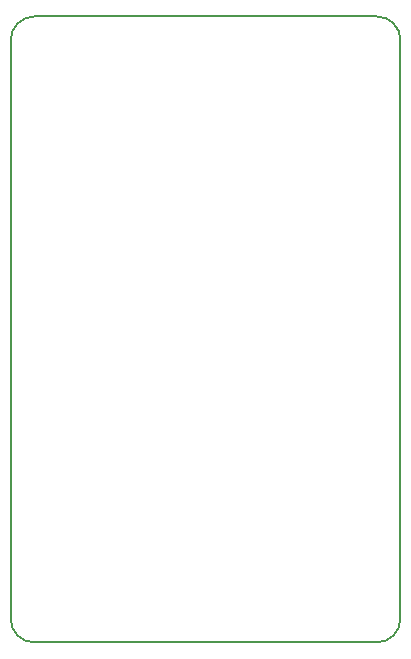
<source format=gbr>
G04 #@! TF.FileFunction,Profile,NP*
%FSLAX46Y46*%
G04 Gerber Fmt 4.6, Leading zero omitted, Abs format (unit mm)*
G04 Created by KiCad (PCBNEW 4.0.5) date 11/08/17 14:47:14*
%MOMM*%
%LPD*%
G01*
G04 APERTURE LIST*
%ADD10C,0.100000*%
%ADD11C,0.150000*%
G04 APERTURE END LIST*
D10*
D11*
X164893000Y-94970000D02*
X164893000Y-45970000D01*
X131893000Y-45970000D02*
X131893000Y-94970000D01*
X162893000Y-43970000D02*
X133893000Y-43970000D01*
X162893000Y-96970000D02*
X133893000Y-96970000D01*
X162893000Y-96970000D02*
G75*
G03X164893000Y-94970000I0J2000000D01*
G01*
X131893000Y-94970000D02*
G75*
G03X133893000Y-96970000I2000000J0D01*
G01*
X133893000Y-43970000D02*
G75*
G03X131893000Y-45970000I0J-2000000D01*
G01*
X164893000Y-45970000D02*
G75*
G03X162893000Y-43970000I-2000000J0D01*
G01*
M02*

</source>
